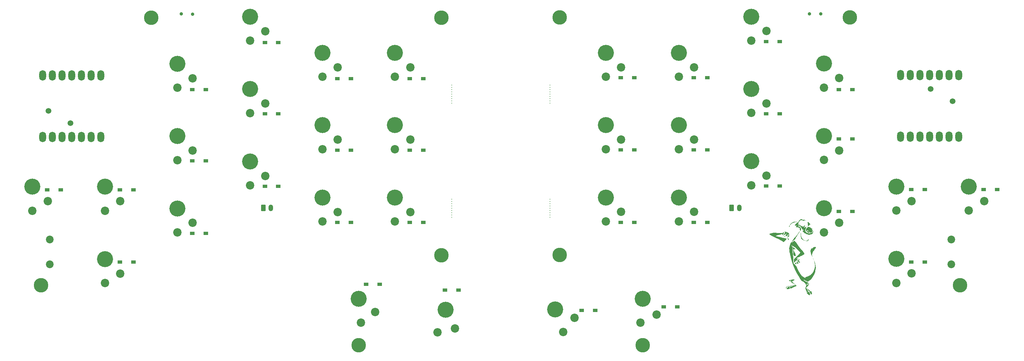
<source format=gbs>
%TF.GenerationSoftware,KiCad,Pcbnew,(6.0.11)*%
%TF.CreationDate,2023-05-08T18:46:23+08:00*%
%TF.ProjectId,DOOOPE,444f4f4f-5045-42e6-9b69-6361645f7063,Rev 1*%
%TF.SameCoordinates,Original*%
%TF.FileFunction,Soldermask,Bot*%
%TF.FilePolarity,Negative*%
%FSLAX46Y46*%
G04 Gerber Fmt 4.6, Leading zero omitted, Abs format (unit mm)*
G04 Created by KiCad (PCBNEW (6.0.11)) date 2023-05-08 18:46:23*
%MOMM*%
%LPD*%
G01*
G04 APERTURE LIST*
G04 Aperture macros list*
%AMRoundRect*
0 Rectangle with rounded corners*
0 $1 Rounding radius*
0 $2 $3 $4 $5 $6 $7 $8 $9 X,Y pos of 4 corners*
0 Add a 4 corners polygon primitive as box body*
4,1,4,$2,$3,$4,$5,$6,$7,$8,$9,$2,$3,0*
0 Add four circle primitives for the rounded corners*
1,1,$1+$1,$2,$3*
1,1,$1+$1,$4,$5*
1,1,$1+$1,$6,$7*
1,1,$1+$1,$8,$9*
0 Add four rect primitives between the rounded corners*
20,1,$1+$1,$2,$3,$4,$5,0*
20,1,$1+$1,$4,$5,$6,$7,0*
20,1,$1+$1,$6,$7,$8,$9,0*
20,1,$1+$1,$8,$9,$2,$3,0*%
G04 Aperture macros list end*
%ADD10C,0.900000*%
%ADD11R,1.300000X0.950000*%
%ADD12C,4.200000*%
%ADD13C,2.200000*%
%ADD14RoundRect,0.250000X-0.350000X-0.625000X0.350000X-0.625000X0.350000X0.625000X-0.350000X0.625000X0*%
%ADD15O,1.200000X1.750000*%
%ADD16C,3.800000*%
%ADD17C,2.600000*%
%ADD18C,0.300000*%
%ADD19O,1.800000X2.750000*%
%ADD20C,1.500000*%
%ADD21C,2.025000*%
G04 APERTURE END LIST*
%TO.C,REF\u002A\u002A*%
G36*
X228502870Y-113168109D02*
G01*
X228497557Y-113207085D01*
X228453788Y-113217191D01*
X228444977Y-113206400D01*
X228453788Y-113119027D01*
X228475932Y-113107509D01*
X228502870Y-113168109D01*
G37*
G36*
X226651491Y-112130133D02*
G01*
X226662290Y-112330166D01*
X226679746Y-112629850D01*
X226792871Y-113111369D01*
X227001004Y-113512049D01*
X227292352Y-113817286D01*
X227655125Y-114012475D01*
X228077529Y-114083010D01*
X228137877Y-114082233D01*
X228367863Y-114035768D01*
X228488948Y-113904244D01*
X228521675Y-113668489D01*
X228522520Y-113551818D01*
X228538585Y-113499489D01*
X228578822Y-113573036D01*
X228632678Y-113755841D01*
X228625476Y-113979208D01*
X228521276Y-114123598D01*
X228368302Y-114173879D01*
X228091748Y-114174586D01*
X227764167Y-114114084D01*
X227424917Y-114005561D01*
X227113356Y-113862201D01*
X226868842Y-113697192D01*
X226730733Y-113523717D01*
X226701408Y-113432368D01*
X226654970Y-113205319D01*
X226615569Y-112921903D01*
X226586754Y-112622423D01*
X226572071Y-112347183D01*
X226575070Y-112136485D01*
X226599297Y-112030630D01*
X226623179Y-112029771D01*
X226651491Y-112130133D01*
G37*
G36*
X224918161Y-124286725D02*
G01*
X224971657Y-124339921D01*
X224889742Y-124434264D01*
X224674464Y-124570857D01*
X224586928Y-124623070D01*
X224438609Y-124730195D01*
X224379971Y-124802829D01*
X224413205Y-124874439D01*
X224539816Y-125024992D01*
X224735132Y-125216313D01*
X224971443Y-125421665D01*
X225221033Y-125614308D01*
X225279769Y-125656822D01*
X225420330Y-125770148D01*
X225481710Y-125862309D01*
X225452701Y-125949196D01*
X225322098Y-126046701D01*
X225078691Y-126170716D01*
X224711276Y-126337131D01*
X224530899Y-126416335D01*
X224266462Y-126527944D01*
X224070212Y-126605023D01*
X223975044Y-126634295D01*
X223962494Y-126631740D01*
X223879513Y-126550465D01*
X223786309Y-126390054D01*
X223671197Y-126143751D01*
X224107723Y-126104168D01*
X224255669Y-126087960D01*
X224489328Y-126045894D01*
X224610336Y-126001313D01*
X224611232Y-125964116D01*
X224484552Y-125944204D01*
X224222835Y-125951474D01*
X223996959Y-125969081D01*
X223749072Y-125991128D01*
X223588522Y-126008678D01*
X223484315Y-126011327D01*
X223422870Y-125978813D01*
X223478799Y-125956232D01*
X223654667Y-125927644D01*
X223921890Y-125898978D01*
X224251131Y-125873948D01*
X224545097Y-125851437D01*
X224838975Y-125819421D01*
X225051203Y-125785247D01*
X225149058Y-125753311D01*
X225171119Y-125697693D01*
X225121660Y-125621395D01*
X224983150Y-125515947D01*
X224740838Y-125370219D01*
X224379971Y-125173081D01*
X224299206Y-125129486D01*
X224062288Y-124990247D01*
X223960121Y-124905724D01*
X223993450Y-124876488D01*
X224037572Y-124874513D01*
X224140806Y-124836403D01*
X224131389Y-124736646D01*
X224010250Y-124557572D01*
X223861398Y-124368337D01*
X224212714Y-124321950D01*
X224396751Y-124299358D01*
X224727209Y-124273572D01*
X224918161Y-124286725D01*
G37*
G36*
X227748232Y-110110833D02*
G01*
X227806783Y-110141694D01*
X227794000Y-110188542D01*
X227656203Y-110259977D01*
X227641072Y-110266719D01*
X227489451Y-110333630D01*
X227416928Y-110364448D01*
X227408266Y-110353910D01*
X227398522Y-110257682D01*
X227436361Y-110157307D01*
X227568938Y-110089597D01*
X227748232Y-110110833D01*
G37*
G36*
X226329579Y-111682504D02*
G01*
X226237906Y-111854743D01*
X226090137Y-112094473D01*
X225902386Y-112374198D01*
X225757703Y-112587139D01*
X225540790Y-112923858D01*
X225352316Y-113235972D01*
X225221436Y-113476295D01*
X225161525Y-113591825D01*
X224999882Y-113831043D01*
X224854936Y-113935474D01*
X224835281Y-113941898D01*
X224692146Y-114031492D01*
X224515352Y-114185349D01*
X224342508Y-114364980D01*
X224211221Y-114531896D01*
X224159102Y-114647607D01*
X224159539Y-114651079D01*
X224216902Y-114638127D01*
X224351865Y-114544143D01*
X224537511Y-114387619D01*
X224700963Y-114242898D01*
X224832290Y-114150433D01*
X224945067Y-114126893D01*
X225059984Y-114182556D01*
X225197729Y-114327697D01*
X225378992Y-114572593D01*
X225624462Y-114927521D01*
X225980849Y-115427726D01*
X226543330Y-116156734D01*
X227196058Y-116938303D01*
X227355036Y-117138825D01*
X227494252Y-117362335D01*
X227544557Y-117519814D01*
X227540145Y-117582240D01*
X227516693Y-117640279D01*
X227457759Y-117701347D01*
X227346888Y-117775032D01*
X227167622Y-117870922D01*
X226903507Y-117998603D01*
X226538084Y-118167663D01*
X226054899Y-118387690D01*
X225888206Y-118466352D01*
X225642542Y-118595109D01*
X225473562Y-118700952D01*
X225410696Y-118766572D01*
X225428963Y-118806760D01*
X225529015Y-118807445D01*
X225683317Y-118789188D01*
X225883071Y-118824577D01*
X226084967Y-118899157D01*
X226252402Y-118995769D01*
X226348772Y-119097254D01*
X226337474Y-119186451D01*
X226312825Y-119200311D01*
X226234954Y-119158882D01*
X226199454Y-119115935D01*
X226055763Y-119013547D01*
X225891062Y-118949149D01*
X225771323Y-118952157D01*
X225766433Y-118955419D01*
X225673421Y-119054993D01*
X225561832Y-119216513D01*
X225430410Y-119432620D01*
X225369723Y-119190074D01*
X225309036Y-118947529D01*
X225282504Y-119250314D01*
X225266184Y-119376888D01*
X225202525Y-119540916D01*
X225074039Y-119635992D01*
X225027628Y-119658963D01*
X224929046Y-119757735D01*
X224931663Y-119922193D01*
X224947694Y-120011165D01*
X224945794Y-120058902D01*
X224901640Y-119978254D01*
X224872079Y-119875908D01*
X224841008Y-119653254D01*
X224826885Y-119388067D01*
X224821711Y-118945127D01*
X225668377Y-118100862D01*
X225861825Y-117906579D01*
X226121360Y-117641006D01*
X226328408Y-117423096D01*
X226465469Y-117271377D01*
X226515044Y-117204376D01*
X226509285Y-117189531D01*
X226433274Y-117085169D01*
X226287509Y-116912214D01*
X226095598Y-116699102D01*
X225950005Y-116548894D01*
X225533045Y-116176805D01*
X225085554Y-115846676D01*
X224645569Y-115584928D01*
X224251131Y-115417982D01*
X224141022Y-115398228D01*
X224089099Y-115431350D01*
X224140205Y-115505184D01*
X224287942Y-115589861D01*
X224490406Y-115673536D01*
X224467218Y-116403644D01*
X224473277Y-116972534D01*
X224572015Y-117819771D01*
X224597655Y-117963646D01*
X224648050Y-118292685D01*
X224680832Y-118575644D01*
X224689874Y-118763471D01*
X224676027Y-119157586D01*
X224671333Y-119477986D01*
X224680321Y-119705593D01*
X224705638Y-119868844D01*
X224749934Y-119996176D01*
X224815858Y-120116030D01*
X224843519Y-120157783D01*
X224991675Y-120322181D01*
X225135878Y-120410576D01*
X225176450Y-120426435D01*
X225283420Y-120524694D01*
X225401753Y-120721904D01*
X225545429Y-121039537D01*
X225562192Y-121079231D01*
X225763996Y-121514368D01*
X226002496Y-121967867D01*
X226258957Y-122408901D01*
X226514646Y-122806641D01*
X226750829Y-123130258D01*
X226948774Y-123348926D01*
X227058269Y-123441015D01*
X227300937Y-123613409D01*
X227516308Y-123731363D01*
X227517753Y-123731966D01*
X227716839Y-123805372D01*
X227854427Y-123838797D01*
X227904821Y-123828986D01*
X227842325Y-123772681D01*
X227802802Y-123748652D01*
X227770557Y-123721530D01*
X227789787Y-123694805D01*
X227882767Y-123657430D01*
X228071778Y-123598362D01*
X228379096Y-123506554D01*
X228580969Y-123436098D01*
X229094429Y-123154705D01*
X229538788Y-122755805D01*
X229902804Y-122253750D01*
X230175232Y-121662889D01*
X230344831Y-120997573D01*
X230360797Y-120843121D01*
X230348951Y-120441018D01*
X230279777Y-119987417D01*
X230160127Y-119536515D01*
X230140025Y-119474159D01*
X230136183Y-119434168D01*
X230197449Y-119523730D01*
X230321728Y-119777021D01*
X230443624Y-120193194D01*
X230521248Y-120674701D01*
X230550386Y-121178307D01*
X230526829Y-121660776D01*
X230446363Y-122078874D01*
X230367188Y-122322183D01*
X230115017Y-122923039D01*
X229799747Y-123494066D01*
X229440870Y-124006099D01*
X229057878Y-124429971D01*
X228670263Y-124736515D01*
X228432728Y-124884054D01*
X227913559Y-124611239D01*
X227843692Y-124575039D01*
X227608146Y-124461235D01*
X227434717Y-124390168D01*
X227356846Y-124375969D01*
X227357366Y-124392943D01*
X227439091Y-124473295D01*
X227610562Y-124595699D01*
X227843224Y-124741812D01*
X228108523Y-124893295D01*
X228377903Y-125031806D01*
X228731486Y-125201793D01*
X228414714Y-125351882D01*
X228314299Y-125403151D01*
X228138889Y-125528787D01*
X228098820Y-125628689D01*
X228193809Y-125691450D01*
X228423568Y-125705660D01*
X228749194Y-125690458D01*
X228368351Y-126076091D01*
X228342127Y-126102752D01*
X228162475Y-126291792D01*
X228035589Y-126436364D01*
X227987508Y-126507006D01*
X228000097Y-126524419D01*
X228106278Y-126608904D01*
X228297172Y-126740556D01*
X228544419Y-126899396D01*
X228842885Y-127098888D01*
X229020367Y-127252124D01*
X229061742Y-127349665D01*
X229059947Y-127354486D01*
X229069719Y-127421079D01*
X229190383Y-127410605D01*
X229222762Y-127403576D01*
X229351799Y-127423382D01*
X229446103Y-127560406D01*
X229454010Y-127578339D01*
X229518154Y-127799746D01*
X229529643Y-128006233D01*
X229484513Y-128138157D01*
X229441087Y-128174133D01*
X229310622Y-128191201D01*
X229193701Y-128070744D01*
X229099223Y-127820107D01*
X229085881Y-127770393D01*
X228997762Y-127542038D01*
X228856605Y-127345180D01*
X228625810Y-127126172D01*
X228613887Y-127115925D01*
X228391472Y-126936283D01*
X228257095Y-126849801D01*
X228217789Y-126855811D01*
X228280583Y-126953646D01*
X228452507Y-127142637D01*
X228723882Y-127420549D01*
X228429318Y-127499173D01*
X228375627Y-127512863D01*
X228193710Y-127539798D01*
X228134754Y-127501773D01*
X228111733Y-127407259D01*
X228046378Y-127215651D01*
X227953532Y-126972765D01*
X227772310Y-126519781D01*
X227920779Y-126219699D01*
X227966129Y-126125935D01*
X228025605Y-125961770D01*
X228019347Y-125822873D01*
X227951160Y-125636182D01*
X227853369Y-125451444D01*
X227684843Y-125218586D01*
X227492505Y-125009422D01*
X227308851Y-124858551D01*
X227166375Y-124800573D01*
X227109341Y-124788055D01*
X226939501Y-124666950D01*
X226722678Y-124426157D01*
X226466205Y-124076757D01*
X226177414Y-123629832D01*
X225863640Y-123096465D01*
X225532216Y-122487736D01*
X225190475Y-121814727D01*
X225097700Y-121622777D01*
X224511511Y-120234604D01*
X224041802Y-118776543D01*
X223683223Y-117232321D01*
X223679206Y-117209029D01*
X223656465Y-117030590D01*
X223629263Y-116764566D01*
X223602639Y-116459277D01*
X223589086Y-116139164D01*
X223611696Y-115789112D01*
X223684241Y-115448093D01*
X223815539Y-115097040D01*
X224014406Y-114716882D01*
X224289661Y-114288550D01*
X224650121Y-113792975D01*
X225104603Y-113211088D01*
X225201254Y-113089408D01*
X225472245Y-112741357D01*
X225723648Y-112409262D01*
X225930949Y-112125825D01*
X226069636Y-111923745D01*
X226199634Y-111737058D01*
X226301876Y-111622097D01*
X226351038Y-111608554D01*
X226329579Y-111682504D01*
G37*
G36*
X224754703Y-115895237D02*
G01*
X224870113Y-115960250D01*
X225109538Y-116121653D01*
X225275190Y-116272087D01*
X225337073Y-116386260D01*
X225334344Y-116413973D01*
X225285393Y-116435981D01*
X225153583Y-116364320D01*
X225125721Y-116347050D01*
X224938375Y-116283945D01*
X224801380Y-116324437D01*
X224748807Y-116460436D01*
X224765099Y-116548494D01*
X224831309Y-116745868D01*
X224930967Y-116981324D01*
X224997046Y-117130396D01*
X225121189Y-117442224D01*
X225215383Y-117717556D01*
X225318356Y-118064051D01*
X225051628Y-118064051D01*
X224931820Y-118057665D01*
X224834759Y-118024086D01*
X224764766Y-117943304D01*
X224715381Y-117795328D01*
X224680138Y-117560168D01*
X224652575Y-117217835D01*
X224626229Y-116748339D01*
X224577261Y-115800743D01*
X224754703Y-115895237D01*
G37*
G36*
X228890157Y-127607047D02*
G01*
X228988074Y-127787321D01*
X229018232Y-128090876D01*
X229016528Y-128177029D01*
X229000493Y-128342431D01*
X228973039Y-128408109D01*
X228908891Y-128392835D01*
X228739163Y-128307284D01*
X228537891Y-128175585D01*
X228354316Y-128031243D01*
X228237677Y-127907761D01*
X228187093Y-127816454D01*
X228179115Y-127690933D01*
X228291957Y-127606439D01*
X228538670Y-127547345D01*
X228713312Y-127537397D01*
X228890157Y-127607047D01*
G37*
G36*
X228791333Y-125374574D02*
G01*
X228771957Y-125496818D01*
X228678681Y-125577861D01*
X228449963Y-125607174D01*
X228171566Y-125603920D01*
X228454600Y-125454604D01*
X228531957Y-125415351D01*
X228713814Y-125347748D01*
X228791333Y-125374574D01*
G37*
G36*
X227226735Y-110247722D02*
G01*
X227238253Y-110269867D01*
X227177653Y-110296804D01*
X227138677Y-110291491D01*
X227128571Y-110247722D01*
X227139361Y-110238911D01*
X227226735Y-110247722D01*
G37*
G36*
X229901711Y-118800283D02*
G01*
X229864899Y-118837094D01*
X229828087Y-118800283D01*
X229864899Y-118763471D01*
X229901711Y-118800283D01*
G37*
G36*
X226061894Y-119199103D02*
G01*
X226160058Y-119271668D01*
X226187538Y-119346311D01*
X226200911Y-119421561D01*
X226296507Y-119538625D01*
X226374360Y-119615022D01*
X226399126Y-119698879D01*
X226318276Y-119808240D01*
X226303888Y-119824056D01*
X226220646Y-119895986D01*
X226153915Y-119869307D01*
X226057540Y-119730202D01*
X226048702Y-119716456D01*
X225915067Y-119571060D01*
X225776353Y-119552637D01*
X225760331Y-119556526D01*
X225650753Y-119546811D01*
X225652294Y-119450500D01*
X225765339Y-119277189D01*
X225823364Y-119210994D01*
X225928648Y-119153655D01*
X226061894Y-119199103D01*
G37*
G36*
X223195580Y-113329566D02*
G01*
X223299406Y-113383419D01*
X223312634Y-113462281D01*
X223258595Y-113495499D01*
X223105699Y-113450465D01*
X223012717Y-113382101D01*
X223038973Y-113332886D01*
X223057795Y-113327502D01*
X223195580Y-113329566D01*
G37*
G36*
X223420512Y-113506584D02*
G01*
X223465569Y-113617615D01*
X223451297Y-113796521D01*
X223399147Y-114004302D01*
X223300797Y-113820533D01*
X223244099Y-113666813D01*
X223281594Y-113541399D01*
X223336780Y-113494480D01*
X223420512Y-113506584D01*
G37*
G36*
X229754464Y-118505790D02*
G01*
X229717653Y-118542602D01*
X229680841Y-118505790D01*
X229717653Y-118468978D01*
X229754464Y-118505790D01*
G37*
G36*
X230048957Y-119094775D02*
G01*
X230012145Y-119131587D01*
X229975334Y-119094775D01*
X230012145Y-119057964D01*
X230048957Y-119094775D01*
G37*
G36*
X230528831Y-115702690D02*
G01*
X230598001Y-115770298D01*
X230580571Y-115892151D01*
X230471584Y-116085734D01*
X230266082Y-116368532D01*
X230144128Y-116532708D01*
X229839685Y-117016066D01*
X229658542Y-117452266D01*
X229595334Y-117857538D01*
X229644696Y-118248109D01*
X229648607Y-118265150D01*
X229631363Y-118270919D01*
X229563770Y-118165942D01*
X229457691Y-117967986D01*
X229311945Y-117626464D01*
X229193619Y-117146614D01*
X229177731Y-116694131D01*
X229268265Y-116304043D01*
X229302209Y-116228086D01*
X229379753Y-116092808D01*
X229430091Y-116058615D01*
X229434419Y-116130928D01*
X229380318Y-116272383D01*
X229375735Y-116281433D01*
X229383922Y-116310256D01*
X229473299Y-116244821D01*
X229626599Y-116097397D01*
X229654676Y-116068883D01*
X229949839Y-115816377D01*
X230212124Y-115690930D01*
X230460366Y-115683183D01*
X230528831Y-115702690D01*
G37*
G36*
X228389070Y-110228853D02*
G01*
X228392435Y-110296804D01*
X228377390Y-110316701D01*
X228273310Y-110370428D01*
X228248554Y-110364755D01*
X228245189Y-110296804D01*
X228260234Y-110276908D01*
X228364314Y-110223181D01*
X228389070Y-110228853D01*
G37*
G36*
X225649650Y-119661220D02*
G01*
X225805459Y-119698077D01*
X225946775Y-119798497D01*
X225982489Y-119928133D01*
X225893581Y-120056189D01*
X225812521Y-120113509D01*
X225711943Y-120149548D01*
X225635531Y-120084432D01*
X225543573Y-119900496D01*
X225424903Y-119638680D01*
X225649650Y-119661220D01*
G37*
G36*
X223246755Y-125978328D02*
G01*
X223164293Y-126106304D01*
X223016623Y-126274388D01*
X223002473Y-126288814D01*
X222812712Y-126466976D01*
X222687259Y-126555256D01*
X222638223Y-126547783D01*
X222677712Y-126438688D01*
X222745848Y-126337500D01*
X222884591Y-126181653D01*
X223039875Y-126039876D01*
X223174600Y-125945047D01*
X223251666Y-125930045D01*
X223246755Y-125978328D01*
G37*
G36*
X227043275Y-108568560D02*
G01*
X227045256Y-108571705D01*
X227167270Y-108627478D01*
X227411579Y-108623866D01*
X227574350Y-108612838D01*
X227739721Y-108643035D01*
X227866244Y-108743412D01*
X228006502Y-108898396D01*
X227768448Y-108815410D01*
X227568916Y-108770237D01*
X227451608Y-108811211D01*
X227428708Y-108828411D01*
X227302752Y-108833042D01*
X227089618Y-108745517D01*
X227053384Y-108727205D01*
X226871825Y-108651358D01*
X226730086Y-108646270D01*
X226553912Y-108706540D01*
X226338083Y-108833744D01*
X226146411Y-109077757D01*
X226037203Y-109431732D01*
X226033717Y-109450627D01*
X225969979Y-109638928D01*
X225881693Y-109707819D01*
X225795602Y-109720316D01*
X225775656Y-109768242D01*
X225856375Y-109828416D01*
X226016974Y-109875132D01*
X226152910Y-109912398D01*
X226398436Y-110013421D01*
X226653503Y-110146864D01*
X226791857Y-110223661D01*
X227102745Y-110346544D01*
X227419136Y-110387725D01*
X227500196Y-110389969D01*
X227663193Y-110401794D01*
X227700726Y-110425762D01*
X227629273Y-110468181D01*
X227502132Y-110538235D01*
X227472224Y-110591094D01*
X227558164Y-110599890D01*
X227743822Y-110552721D01*
X227799735Y-110534390D01*
X227973170Y-110490029D01*
X228065823Y-110486369D01*
X228070004Y-110524247D01*
X228026960Y-110662124D01*
X227937176Y-110860052D01*
X227889541Y-110959606D01*
X227779215Y-111311511D01*
X227797779Y-111598830D01*
X227947626Y-111830974D01*
X228231144Y-112017352D01*
X228485307Y-112097089D01*
X228835715Y-112132766D01*
X229184294Y-112107884D01*
X229464967Y-112022185D01*
X229651140Y-111873142D01*
X229789733Y-111672475D01*
X229823395Y-111601408D01*
X229875607Y-111533841D01*
X229892570Y-111579259D01*
X229872323Y-111716382D01*
X229812904Y-111923934D01*
X229692899Y-112177085D01*
X229539404Y-112338606D01*
X229377450Y-112376026D01*
X229374850Y-112375538D01*
X229230219Y-112393358D01*
X229046146Y-112465480D01*
X228890753Y-112532599D01*
X228723261Y-112573621D01*
X228616839Y-112565736D01*
X228609087Y-112505500D01*
X228613335Y-112488714D01*
X228540185Y-112447203D01*
X228351406Y-112431877D01*
X228273539Y-112429638D01*
X228127358Y-112406943D01*
X228087893Y-112367688D01*
X228081923Y-112338595D01*
X227982518Y-112262914D01*
X227799839Y-112178341D01*
X227738097Y-112151991D01*
X227516360Y-112020692D01*
X227310505Y-111853185D01*
X227158875Y-111684011D01*
X227099811Y-111547711D01*
X227130073Y-111500410D01*
X227251111Y-111436678D01*
X227303074Y-111415483D01*
X227373104Y-111332357D01*
X227320719Y-111247462D01*
X227158853Y-111194715D01*
X227108933Y-111185391D01*
X227003147Y-111124636D01*
X226907898Y-110985409D01*
X226798257Y-110735998D01*
X226781005Y-110693125D01*
X226664584Y-110446465D01*
X226549952Y-110302337D01*
X226409652Y-110224609D01*
X226396523Y-110220102D01*
X226137949Y-110159750D01*
X225928864Y-110160743D01*
X225811406Y-110223181D01*
X225830442Y-110273832D01*
X225957963Y-110296804D01*
X226001326Y-110297909D01*
X226292013Y-110368204D01*
X226510868Y-110530910D01*
X226623628Y-110762079D01*
X226649880Y-111003151D01*
X226643410Y-111246781D01*
X226606795Y-111436065D01*
X226544758Y-111525283D01*
X226531544Y-111524762D01*
X226469803Y-111447269D01*
X226403456Y-111287124D01*
X226347631Y-111094256D01*
X226317456Y-110918597D01*
X226328060Y-110810076D01*
X226330022Y-110766346D01*
X226240921Y-110682332D01*
X226068463Y-110601868D01*
X225852031Y-110541476D01*
X225631004Y-110517674D01*
X225503300Y-110514908D01*
X225365543Y-110487595D01*
X225353773Y-110416558D01*
X225454700Y-110284196D01*
X225514174Y-110215332D01*
X225531038Y-110157564D01*
X225436295Y-110141080D01*
X225356741Y-110138655D01*
X225167203Y-110145708D01*
X225097839Y-110138557D01*
X225038362Y-110069106D01*
X225043107Y-110036164D01*
X225119709Y-109881126D01*
X225258111Y-109698626D01*
X225416921Y-109538308D01*
X225554744Y-109449814D01*
X225635451Y-109404159D01*
X225654247Y-109323665D01*
X225664025Y-109276960D01*
X225800425Y-109293557D01*
X225934363Y-109309488D01*
X225995464Y-109260203D01*
X226012388Y-109150110D01*
X226121250Y-108915266D01*
X226297680Y-108692079D01*
X226502552Y-108536395D01*
X226694769Y-108459647D01*
X226904756Y-108452960D01*
X227043275Y-108568560D01*
G37*
G36*
X222669225Y-111717596D02*
G01*
X222966282Y-111828942D01*
X222991776Y-111841421D01*
X223268144Y-111982334D01*
X223438600Y-112095633D01*
X223528706Y-112213682D01*
X223564024Y-112368848D01*
X223570116Y-112593497D01*
X223570116Y-113014190D01*
X223316386Y-113061790D01*
X223297533Y-113065176D01*
X223100543Y-113084300D01*
X222966676Y-113070939D01*
X222941904Y-113044711D01*
X223027334Y-113026675D01*
X223182362Y-112986100D01*
X223312048Y-112829261D01*
X223363109Y-112550531D01*
X223359679Y-112345904D01*
X223332325Y-112253132D01*
X223289604Y-112297280D01*
X223240892Y-112483493D01*
X223225929Y-112556301D01*
X223150643Y-112753932D01*
X223016494Y-112847868D01*
X222783012Y-112872489D01*
X222646448Y-112862321D01*
X222520305Y-112811594D01*
X222513322Y-112736304D01*
X222639096Y-112656826D01*
X222740452Y-112608198D01*
X222817296Y-112525426D01*
X222876221Y-112375301D01*
X222938879Y-112118978D01*
X222947514Y-112076337D01*
X222952810Y-111942889D01*
X222911720Y-111926324D01*
X222844474Y-112016476D01*
X222771305Y-112203179D01*
X222745590Y-112280881D01*
X222643675Y-112457157D01*
X222490480Y-112538770D01*
X222415781Y-112549967D01*
X222238793Y-112513055D01*
X222127323Y-112403734D01*
X222122086Y-112253528D01*
X222175005Y-112168224D01*
X222268521Y-112150796D01*
X222338155Y-112266225D01*
X222348047Y-112300771D01*
X222380394Y-112315368D01*
X222425117Y-112192766D01*
X222449915Y-112026857D01*
X222431643Y-111861462D01*
X222424617Y-111844336D01*
X222378874Y-111792525D01*
X222302767Y-111831144D01*
X222166022Y-111972893D01*
X222164993Y-111974042D01*
X221998321Y-112215690D01*
X221956419Y-112420879D01*
X222042435Y-112574286D01*
X222159192Y-112670831D01*
X222367184Y-112852046D01*
X222537309Y-113011291D01*
X222644426Y-113124538D01*
X222663392Y-113167757D01*
X222515714Y-113123716D01*
X222378661Y-113020739D01*
X222318522Y-112907837D01*
X222306591Y-112858708D01*
X222210542Y-112799993D01*
X222162407Y-112786476D01*
X222018093Y-112694798D01*
X221847641Y-112545073D01*
X221754606Y-112458068D01*
X221628555Y-112364641D01*
X221569100Y-112356650D01*
X221566479Y-112361168D01*
X221472710Y-112409818D01*
X221276818Y-112471116D01*
X221016874Y-112532910D01*
X220944997Y-112548606D01*
X220694060Y-112613515D01*
X220448704Y-112689505D01*
X220231404Y-112767347D01*
X220064634Y-112837812D01*
X219970866Y-112891670D01*
X219972576Y-112919691D01*
X220092238Y-112912645D01*
X220266991Y-112914943D01*
X220578706Y-112974036D01*
X220975716Y-113090089D01*
X221034265Y-113109067D01*
X221427831Y-113221744D01*
X221846189Y-113321774D01*
X222208087Y-113389420D01*
X222280109Y-113400077D01*
X222560078Y-113443740D01*
X222778824Y-113481273D01*
X222894048Y-113505516D01*
X222901101Y-113508913D01*
X222892142Y-113587969D01*
X222780072Y-113756372D01*
X222570256Y-114005831D01*
X222149489Y-114476262D01*
X221635980Y-114144075D01*
X221403685Y-114003362D01*
X221049491Y-113806387D01*
X220653693Y-113599801D01*
X220266438Y-113410467D01*
X219916533Y-113246236D01*
X219559795Y-113078518D01*
X219253148Y-112934075D01*
X219038220Y-112832496D01*
X218899418Y-112759800D01*
X218658874Y-112605187D01*
X218486046Y-112458416D01*
X218450482Y-112418417D01*
X218377885Y-112323443D01*
X218390373Y-112309147D01*
X218432197Y-112320444D01*
X218511837Y-112260597D01*
X218513869Y-112256419D01*
X218609741Y-112194854D01*
X218808015Y-112126621D01*
X219068642Y-112065735D01*
X219168853Y-112047810D01*
X219434159Y-112013802D01*
X219707514Y-112004481D01*
X220034660Y-112019624D01*
X220461338Y-112059012D01*
X220911435Y-112096957D01*
X221333326Y-112103079D01*
X221666458Y-112064011D01*
X221939711Y-111975996D01*
X222181966Y-111835279D01*
X222198694Y-111823581D01*
X222427788Y-111715693D01*
X222669225Y-111717596D01*
G37*
G36*
X225380518Y-119873324D02*
G01*
X225432269Y-119934802D01*
X225484319Y-120097703D01*
X225483027Y-120123675D01*
X225426947Y-120211384D01*
X225263450Y-120235935D01*
X225205839Y-120234907D01*
X225073314Y-120206636D01*
X225060930Y-120121280D01*
X225159648Y-119954314D01*
X225189733Y-119913389D01*
X225285404Y-119835264D01*
X225380518Y-119873324D01*
G37*
G36*
X229441483Y-111905799D02*
G01*
X229256622Y-111980362D01*
X229069710Y-111922945D01*
X228858640Y-111729643D01*
X228740128Y-111603268D01*
X228508396Y-111417591D01*
X228323813Y-111362347D01*
X228192142Y-111438190D01*
X228119150Y-111645774D01*
X228100349Y-111745744D01*
X228068354Y-111749969D01*
X227995894Y-111629571D01*
X227955881Y-111520640D01*
X227959108Y-111257368D01*
X228028999Y-111055295D01*
X229122126Y-111055295D01*
X229141338Y-111217094D01*
X229155771Y-111302678D01*
X229198925Y-111515942D01*
X229239052Y-111667585D01*
X229268524Y-111737168D01*
X229279713Y-111704252D01*
X229264991Y-111548399D01*
X229252681Y-111466147D01*
X229206221Y-111233675D01*
X229157287Y-111069848D01*
X229137545Y-111031091D01*
X229122126Y-111055295D01*
X228028999Y-111055295D01*
X228061821Y-110960398D01*
X228253695Y-110668238D01*
X228362140Y-110557007D01*
X228542749Y-110463318D01*
X228761443Y-110473352D01*
X229055044Y-110583202D01*
X229171912Y-110645734D01*
X229345172Y-110762613D01*
X229501047Y-110889714D01*
X229613823Y-111003234D01*
X229657784Y-111079369D01*
X229607218Y-111094319D01*
X229542403Y-111108518D01*
X229502805Y-111213454D01*
X229486001Y-111437964D01*
X229484509Y-111574550D01*
X229491890Y-111662442D01*
X229508017Y-111622022D01*
X229524075Y-111535963D01*
X229572719Y-111344925D01*
X229624462Y-111275335D01*
X229690568Y-111307807D01*
X229701484Y-111320176D01*
X229732452Y-111465849D01*
X229665162Y-111655472D01*
X229626324Y-111704252D01*
X229513960Y-111845382D01*
X229441483Y-111905799D01*
G37*
G36*
X223726208Y-124412387D02*
G01*
X223853510Y-124544664D01*
X223968191Y-124708544D01*
X223974853Y-124720475D01*
X223995382Y-124786561D01*
X223931883Y-124788508D01*
X223758967Y-124728772D01*
X223755951Y-124727599D01*
X223641819Y-124640803D01*
X223571831Y-124517281D01*
X223562997Y-124406727D01*
X223632329Y-124358833D01*
X223726208Y-124412387D01*
G37*
G36*
X229828087Y-118653036D02*
G01*
X229791276Y-118689848D01*
X229754464Y-118653036D01*
X229791276Y-118616225D01*
X229828087Y-118653036D01*
G37*
G36*
X225742000Y-109138140D02*
G01*
X225317664Y-109192491D01*
X225242995Y-109202758D01*
X224686368Y-109335294D01*
X224247686Y-109552976D01*
X223923352Y-109858178D01*
X223709769Y-110253270D01*
X223690907Y-110303062D01*
X223625254Y-110441573D01*
X223582178Y-110480653D01*
X223571905Y-110461914D01*
X223586991Y-110335094D01*
X223664548Y-110141679D01*
X223784021Y-109920962D01*
X223924855Y-109712235D01*
X224066497Y-109554793D01*
X224144510Y-109488715D01*
X224480791Y-109269280D01*
X224841436Y-109155418D01*
X225279491Y-109128487D01*
X225742000Y-109138140D01*
G37*
G36*
X228439074Y-111487923D02*
G01*
X228587579Y-111570751D01*
X228753633Y-111696730D01*
X228888791Y-111827090D01*
X228944609Y-111923059D01*
X228919479Y-111966033D01*
X228799266Y-111994399D01*
X228625371Y-111979549D01*
X228448984Y-111927841D01*
X228321294Y-111845633D01*
X228296549Y-111815400D01*
X228233627Y-111658828D01*
X228265718Y-111528955D01*
X228384476Y-111474775D01*
X228439074Y-111487923D01*
G37*
G36*
X229975334Y-118947529D02*
G01*
X229938522Y-118984341D01*
X229901711Y-118947529D01*
X229938522Y-118910717D01*
X229975334Y-118947529D01*
G37*
G36*
X230122580Y-119278833D02*
G01*
X230117267Y-119317809D01*
X230073498Y-119327916D01*
X230064687Y-119317125D01*
X230073498Y-119229751D01*
X230095643Y-119218233D01*
X230122580Y-119278833D01*
G37*
G36*
X223537966Y-126171967D02*
G01*
X223653882Y-126307776D01*
X223750547Y-126479477D01*
X223790986Y-126632098D01*
X223771356Y-126675248D01*
X223662145Y-126737648D01*
X223509218Y-126765082D01*
X223283523Y-126779856D01*
X223064730Y-126774038D01*
X222899347Y-126749324D01*
X222833885Y-126707413D01*
X222877766Y-126610341D01*
X223003808Y-126458939D01*
X223169810Y-126300784D01*
X223332957Y-126176271D01*
X223450429Y-126125790D01*
X223537966Y-126171967D01*
G37*
G36*
X228548703Y-109203888D02*
G01*
X228715058Y-109297530D01*
X228904815Y-109468544D01*
X228922587Y-109487698D01*
X229085512Y-109673296D01*
X229148872Y-109782523D01*
X229118400Y-109839501D01*
X228999827Y-109868351D01*
X228900028Y-109896633D01*
X228855810Y-109951083D01*
X228822364Y-110031994D01*
X228708564Y-110147403D01*
X228604035Y-110215584D01*
X228504228Y-110210047D01*
X228453602Y-110078456D01*
X228445598Y-109812457D01*
X228446337Y-109777950D01*
X228434458Y-109542473D01*
X228400428Y-109358109D01*
X228384129Y-109270159D01*
X228430233Y-109192978D01*
X228548703Y-109203888D01*
G37*
%TD*%
D10*
%TO.C,On / Off*%
X67283930Y-54566664D03*
X64283930Y-54516664D03*
%TD*%
D11*
%TO.C,D14*%
X108733930Y-109281664D03*
X105183930Y-109281664D03*
%TD*%
%TO.C,D13*%
X89733930Y-99781664D03*
X86183930Y-99781664D03*
%TD*%
D12*
%TO.C,SW33*%
X162246430Y-132181664D03*
D13*
X164401157Y-138101728D03*
X167304877Y-134384415D03*
%TD*%
D12*
%TO.C,SW10*%
X120283930Y-83756664D03*
D13*
X120283930Y-90056664D03*
X124283930Y-87556664D03*
%TD*%
D12*
%TO.C,SW28*%
X175546430Y-102731664D03*
D13*
X175546430Y-109031664D03*
X179546430Y-106531664D03*
%TD*%
D11*
%TO.C,D19*%
X202108930Y-71256664D03*
X198558930Y-71256664D03*
%TD*%
%TO.C,D27*%
X259108930Y-100681664D03*
X255558930Y-100681664D03*
%TD*%
%TO.C,D33*%
X172754877Y-132384415D03*
X169204877Y-132384415D03*
%TD*%
D14*
%TO.C,J4*%
X208483930Y-105506664D03*
D15*
X210483930Y-105506664D03*
%TD*%
D12*
%TO.C,SW3*%
X82283930Y-55256664D03*
D13*
X82283930Y-61556664D03*
X86283930Y-59056664D03*
%TD*%
D12*
%TO.C,SW23*%
X175546430Y-83731664D03*
D13*
X175546430Y-90031664D03*
X179546430Y-87531664D03*
%TD*%
D12*
%TO.C,SW20*%
X213658930Y-55231664D03*
D13*
X213658930Y-61531664D03*
X217658930Y-59031664D03*
%TD*%
D12*
%TO.C,SW30*%
X213658930Y-93231664D03*
D13*
X213658930Y-99531664D03*
X217658930Y-97031664D03*
%TD*%
D12*
%TO.C,SW24*%
X194658930Y-83731664D03*
D13*
X194658930Y-90031664D03*
X198658930Y-87531664D03*
%TD*%
D12*
%TO.C,SW27*%
X251658930Y-99881664D03*
D13*
X251658930Y-106181664D03*
X255658930Y-103681664D03*
%TD*%
D12*
%TO.C,SW7*%
X63283930Y-86606664D03*
D13*
X63283930Y-92906664D03*
X67283930Y-90406664D03*
%TD*%
D11*
%TO.C,D18*%
X182996430Y-71256664D03*
X179446430Y-71256664D03*
%TD*%
D12*
%TO.C,SW34*%
X185158930Y-129331664D03*
D13*
X184609849Y-135607691D03*
X188812517Y-133465827D03*
%TD*%
D16*
%TO.C,REF\u002A\u002A*%
X132433930Y-55481664D03*
D17*
X132433930Y-55481664D03*
%TD*%
D18*
%TO.C,REF\u002A\u002A*%
X160858930Y-103787914D03*
X160858930Y-105569164D03*
X160858930Y-103194164D03*
X160858930Y-106756664D03*
X160858930Y-104975414D03*
X160858930Y-104381664D03*
X160858930Y-107350414D03*
X160858930Y-106162914D03*
X160858930Y-107944164D03*
%TD*%
D11*
%TO.C,D30*%
X221108930Y-99756664D03*
X217558930Y-99756664D03*
%TD*%
%TO.C,D2*%
X70733930Y-74406664D03*
X67183930Y-74406664D03*
%TD*%
D19*
%TO.C,U1*%
X27938930Y-86826664D03*
X30478930Y-86826664D03*
X33018930Y-86826664D03*
X35558930Y-86826664D03*
X38098930Y-86826664D03*
X40638930Y-86826664D03*
X43178930Y-86826664D03*
X43178930Y-70636664D03*
X40638930Y-70636664D03*
X38098930Y-70636664D03*
X35558930Y-70636664D03*
X33018930Y-70636664D03*
X30478930Y-70636664D03*
X27938930Y-70636664D03*
D20*
X29526930Y-80001664D03*
X35241930Y-83176664D03*
%TD*%
D17*
%TO.C,REF\u002A\u002A*%
X56408930Y-55481664D03*
D16*
X56408930Y-55481664D03*
%TD*%
D12*
%TO.C,SW17*%
X133583930Y-132206664D03*
D13*
X131429203Y-138126728D03*
X136043024Y-137145577D03*
%TD*%
D19*
%TO.C,U2*%
X267969117Y-70611664D03*
X265429117Y-70611664D03*
X262889117Y-70611664D03*
X260349117Y-70611664D03*
X257809117Y-70611664D03*
X255269117Y-70611664D03*
X252729117Y-70611664D03*
X252729117Y-86801664D03*
X255269117Y-86801664D03*
X257809117Y-86801664D03*
X260349117Y-86801664D03*
X262889117Y-86801664D03*
X265429117Y-86801664D03*
X267969117Y-86801664D03*
D20*
X266381117Y-77436664D03*
X260666117Y-74261664D03*
%TD*%
D11*
%TO.C,D11*%
X51733930Y-119706664D03*
X48183930Y-119706664D03*
%TD*%
D12*
%TO.C,SW1*%
X25283930Y-99906664D03*
D13*
X25283930Y-106206664D03*
X29283930Y-103706664D03*
%TD*%
D12*
%TO.C,SW19*%
X194658930Y-64731664D03*
D13*
X194658930Y-71031664D03*
X198658930Y-68531664D03*
%TD*%
D11*
%TO.C,D12*%
X70733930Y-112131664D03*
X67183930Y-112131664D03*
%TD*%
D18*
%TO.C,REF\u002A\u002A*%
X160858930Y-77944164D03*
X160858930Y-73787914D03*
X160858930Y-76162914D03*
X160858930Y-77350414D03*
X160858930Y-74975414D03*
X160858930Y-73194164D03*
X160858930Y-76756664D03*
X160858930Y-75569164D03*
X160858930Y-74381664D03*
%TD*%
D11*
%TO.C,D15*%
X127733930Y-109281664D03*
X124183930Y-109281664D03*
%TD*%
%TO.C,D32*%
X259108930Y-119681664D03*
X255558930Y-119681664D03*
%TD*%
D10*
%TO.C,On / Off*%
X228858930Y-54491664D03*
X231858930Y-54541664D03*
%TD*%
D11*
%TO.C,D23*%
X182996430Y-90256664D03*
X179446430Y-90256664D03*
%TD*%
%TO.C,D7*%
X70733930Y-93131664D03*
X67183930Y-93131664D03*
%TD*%
%TO.C,D31*%
X240108930Y-106381664D03*
X236558930Y-106381664D03*
%TD*%
%TO.C,D24*%
X202108930Y-90256664D03*
X198558930Y-90256664D03*
%TD*%
D12*
%TO.C,SW13*%
X82283930Y-93256664D03*
D13*
X82283930Y-99556664D03*
X86283930Y-97056664D03*
%TD*%
D12*
%TO.C,SW29*%
X194658930Y-102731664D03*
D13*
X194658930Y-109031664D03*
X198658930Y-106531664D03*
%TD*%
D11*
%TO.C,D17*%
X133358930Y-127106664D03*
X136908930Y-127106664D03*
%TD*%
D12*
%TO.C,SW5*%
X120283930Y-64756664D03*
D13*
X120283930Y-71056664D03*
X124283930Y-68556664D03*
%TD*%
D11*
%TO.C,D22*%
X278108930Y-100681664D03*
X274558930Y-100681664D03*
%TD*%
D21*
%TO.C,RESET*%
X266033930Y-120256664D03*
X266033930Y-113756664D03*
%TD*%
D12*
%TO.C,SW22*%
X270658930Y-99881664D03*
D13*
X270658930Y-106181664D03*
X274658930Y-103681664D03*
%TD*%
D17*
%TO.C,REF\u002A\u002A*%
X110783930Y-141533493D03*
D16*
X110783930Y-141533493D03*
%TD*%
D11*
%TO.C,D25*%
X221108930Y-80756664D03*
X217558930Y-80756664D03*
%TD*%
%TO.C,D29*%
X202108930Y-109256664D03*
X198558930Y-109256664D03*
%TD*%
D14*
%TO.C,J2*%
X85783930Y-105506664D03*
D15*
X87783930Y-105506664D03*
%TD*%
D17*
%TO.C,REF\u002A\u002A*%
X27558930Y-125781664D03*
D16*
X27558930Y-125781664D03*
%TD*%
D12*
%TO.C,SW15*%
X120283930Y-102756664D03*
D13*
X120283930Y-109056664D03*
X124283930Y-106556664D03*
%TD*%
D11*
%TO.C,D6*%
X51733930Y-100706664D03*
X48183930Y-100706664D03*
%TD*%
D18*
%TO.C,REF\u002A\u002A*%
X135158930Y-104975414D03*
X135158930Y-105569164D03*
X135158930Y-107944164D03*
X135158930Y-104381664D03*
X135158930Y-107350414D03*
X135158930Y-106756664D03*
X135158930Y-103787914D03*
X135158930Y-106162914D03*
X135158930Y-103194164D03*
%TD*%
D11*
%TO.C,D5*%
X127733930Y-71556664D03*
X124183930Y-71556664D03*
%TD*%
D17*
%TO.C,REF\u002A\u002A*%
X132433930Y-117881664D03*
D16*
X132433930Y-117881664D03*
%TD*%
D11*
%TO.C,D21*%
X240108930Y-74381664D03*
X236558930Y-74381664D03*
%TD*%
%TO.C,D10*%
X127733930Y-90281664D03*
X124183930Y-90281664D03*
%TD*%
D12*
%TO.C,SW18*%
X175546430Y-64731664D03*
D13*
X175546430Y-71031664D03*
X179546430Y-68531664D03*
%TD*%
D11*
%TO.C,D1*%
X32733930Y-100706664D03*
X29183930Y-100706664D03*
%TD*%
D12*
%TO.C,SW25*%
X213658930Y-74231664D03*
D13*
X213658930Y-80531664D03*
X217658930Y-78031664D03*
%TD*%
D12*
%TO.C,SW11*%
X44283930Y-118906664D03*
D13*
X44283930Y-125206664D03*
X48283930Y-122706664D03*
%TD*%
D12*
%TO.C,SW32*%
X251658930Y-118881664D03*
D13*
X251658930Y-125181664D03*
X255658930Y-122681664D03*
%TD*%
D12*
%TO.C,SW12*%
X63283930Y-105606664D03*
D13*
X63283930Y-111906664D03*
X67283930Y-109406664D03*
%TD*%
D12*
%TO.C,SW16*%
X110783930Y-129356664D03*
D13*
X111333011Y-135632691D03*
X115099901Y-132793581D03*
%TD*%
D12*
%TO.C,SW26*%
X232658930Y-86581664D03*
D13*
X232658930Y-92881664D03*
X236658930Y-90381664D03*
%TD*%
D12*
%TO.C,SW4*%
X101283930Y-64756664D03*
D13*
X101283930Y-71056664D03*
X105283930Y-68556664D03*
%TD*%
D12*
%TO.C,SW14*%
X101283930Y-102756664D03*
D13*
X101283930Y-109056664D03*
X105283930Y-106556664D03*
%TD*%
D12*
%TO.C,SW2*%
X63283930Y-67606664D03*
D13*
X63283930Y-73906664D03*
X67283930Y-71406664D03*
%TD*%
D11*
%TO.C,D9*%
X108733930Y-90281664D03*
X105183930Y-90281664D03*
%TD*%
%TO.C,D28*%
X182996430Y-109256664D03*
X179446430Y-109256664D03*
%TD*%
D18*
%TO.C,REF\u002A\u002A*%
X135158930Y-77944164D03*
X135158930Y-76162914D03*
X135158930Y-75569164D03*
X135158930Y-76756664D03*
X135158930Y-73787914D03*
X135158930Y-77350414D03*
X135158930Y-74381664D03*
X135158930Y-74975414D03*
X135158930Y-73194164D03*
%TD*%
D11*
%TO.C,D20*%
X221108930Y-61756664D03*
X217558930Y-61756664D03*
%TD*%
D21*
%TO.C,RESET*%
X29858930Y-113756664D03*
X29858930Y-120256664D03*
%TD*%
D11*
%TO.C,D16*%
X112733930Y-125581664D03*
X116283930Y-125581664D03*
%TD*%
D12*
%TO.C,SW6*%
X44283930Y-99906664D03*
D13*
X44283930Y-106206664D03*
X48283930Y-103706664D03*
%TD*%
D11*
%TO.C,D3*%
X89733930Y-62056664D03*
X86183930Y-62056664D03*
%TD*%
D16*
%TO.C,REF\u002A\u002A*%
X185158930Y-141508493D03*
D17*
X185158930Y-141508493D03*
%TD*%
D11*
%TO.C,D8*%
X89733930Y-80781664D03*
X86183930Y-80781664D03*
%TD*%
D12*
%TO.C,SW21*%
X232658930Y-67581664D03*
D13*
X232658930Y-73881664D03*
X236658930Y-71381664D03*
%TD*%
D11*
%TO.C,D34*%
X194262517Y-131465827D03*
X190712517Y-131465827D03*
%TD*%
D12*
%TO.C,SW9*%
X101283930Y-83756664D03*
D13*
X101283930Y-90056664D03*
X105283930Y-87556664D03*
%TD*%
D11*
%TO.C,D26*%
X240108930Y-87381664D03*
X236558930Y-87381664D03*
%TD*%
D12*
%TO.C,SW8*%
X82283930Y-74256664D03*
D13*
X82283930Y-80556664D03*
X86283930Y-78056664D03*
%TD*%
D11*
%TO.C,D4*%
X108733930Y-71556664D03*
X105183930Y-71556664D03*
%TD*%
D12*
%TO.C,SW31*%
X232658930Y-105581664D03*
D13*
X232658930Y-111881664D03*
X236658930Y-109381664D03*
%TD*%
D17*
%TO.C,REF\u002A\u002A*%
X268333930Y-125762347D03*
D16*
X268333930Y-125762347D03*
%TD*%
D17*
%TO.C,REF\u002A\u002A*%
X163458930Y-117862347D03*
D16*
X163458930Y-117862347D03*
%TD*%
%TO.C,REF\u002A\u002A*%
X163458930Y-55462347D03*
D17*
X163458930Y-55462347D03*
%TD*%
%TO.C,REF\u002A\u002A*%
X239483930Y-55462347D03*
D16*
X239483930Y-55462347D03*
%TD*%
M02*

</source>
